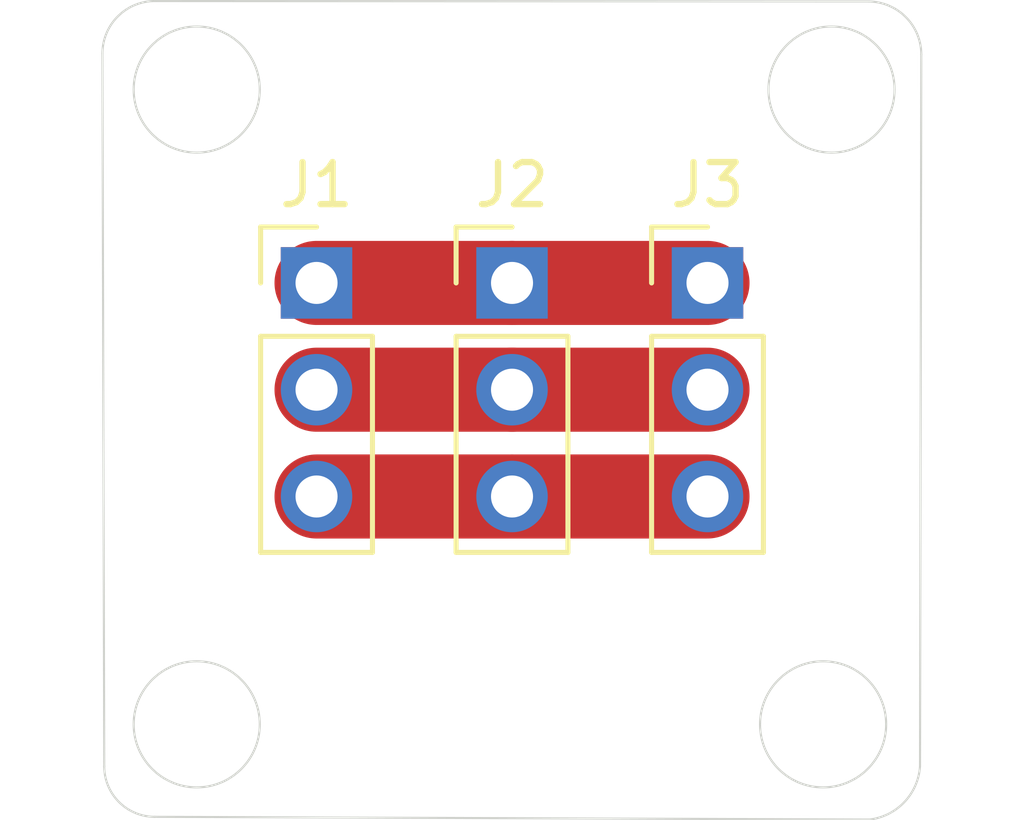
<source format=kicad_pcb>
(kicad_pcb (version 20240108) (generator "pcbnew") (generator_version "8.0")
  (layers (0 "F.Cu" signal) (31 "B.Cu" signal) (34 "B.Paste" user) (35 "F.Paste" user) (36 "B.SilkS" user "B.Silkscreen") (37 "F.SilkS" user "F.Silkscreen") (38 "B.Mask" user) (39 "F.Mask" user) (44 "Edge.Cuts" user))
  (net 0 "")
  (net 1 "Net-(J1-Pin_3)")
  (net 2 "Net-(J1-Pin_2)")
  (net 3 "Net-(J1-Pin_1)")
  (footprint "Connector_PinHeader_2.54mm:PinHeader_1x03_P2.54mm_Vertical" (layer "F.Cu") (at 136 87)
    (property "Reference" "J2" (at 0 -2.33 0) (layer "F.SilkS"))
    (property "Value" "Conn_01x03_Socket")
    (fp_line (start -1.33 -1.33) (end 0 -1.33) (stroke (width 0.12)) (layer "F.SilkS"))
    (fp_line (start -1.33 0) (end -1.33 -1.33) (stroke (width 0.12)) (layer "F.SilkS"))
    (fp_line (start -1.33 1.27) (end -1.33 6.41) (stroke (width 0.12)) (layer "F.SilkS"))
    (fp_line (start -1.33 1.27) (end 1.33 1.27) (stroke (width 0.12)) (layer "F.SilkS"))
    (fp_line (start -1.33 6.41) (end 1.33 6.41) (stroke (width 0.12)) (layer "F.SilkS"))
    (fp_line (start 1.33 1.27) (end 1.33 6.41) (stroke (width 0.12)) (layer "F.SilkS"))
    (pad "1" thru_hole rect (at 0 0) (size 1.7 1.7) (drill 1) (layers "*.Cu" "*.Mask") (net 3 "Net-(J1-Pin_1)"))
    (pad "2" thru_hole oval (at 0 2.54) (size 1.7 1.7) (drill 1) (layers "*.Cu" "*.Mask") (net 2 "Net-(J1-Pin_2)"))
    (pad "3" thru_hole oval (at 0 5.08) (size 1.7 1.7) (drill 1) (layers "*.Cu" "*.Mask") (net 1 "Net-(J1-Pin_3)"))
  )
  (footprint "Connector_PinHeader_2.54mm:PinHeader_1x03_P2.54mm_Vertical" (layer "F.Cu") (at 140.65 87)
    (property "Reference" "J3" (at 0 -2.33 0) (layer "F.SilkS"))
    (property "Value" "Conn_01x03_Socket")
    (fp_line (start -1.33 -1.33) (end 0 -1.33) (stroke (width 0.12)) (layer "F.SilkS"))
    (fp_line (start -1.33 0) (end -1.33 -1.33) (stroke (width 0.12)) (layer "F.SilkS"))
    (fp_line (start -1.33 1.27) (end -1.33 6.41) (stroke (width 0.12)) (layer "F.SilkS"))
    (fp_line (start -1.33 1.27) (end 1.33 1.27) (stroke (width 0.12)) (layer "F.SilkS"))
    (fp_line (start -1.33 6.41) (end 1.33 6.41) (stroke (width 0.12)) (layer "F.SilkS"))
    (fp_line (start 1.33 1.27) (end 1.33 6.41) (stroke (width 0.12)) (layer "F.SilkS"))
    (pad "1" thru_hole rect (at 0 0) (size 1.7 1.7) (drill 1) (layers "*.Cu" "*.Mask") (net 3 "Net-(J1-Pin_1)"))
    (pad "2" thru_hole oval (at 0 2.54) (size 1.7 1.7) (drill 1) (layers "*.Cu" "*.Mask") (net 2 "Net-(J1-Pin_2)"))
    (pad "3" thru_hole oval (at 0 5.08) (size 1.7 1.7) (drill 1) (layers "*.Cu" "*.Mask") (net 1 "Net-(J1-Pin_3)"))
  )
  (footprint "Connector_PinHeader_2.54mm:PinHeader_1x03_P2.54mm_Vertical" (layer "F.Cu") (at 131.35 87)
    (property "Reference" "J1" (at 0 -2.33 0) (layer "F.SilkS"))
    (property "Value" "Conn_01x03_Socket")
    (fp_line (start -1.33 -1.33) (end 0 -1.33) (stroke (width 0.12)) (layer "F.SilkS"))
    (fp_line (start -1.33 0) (end -1.33 -1.33) (stroke (width 0.12)) (layer "F.SilkS"))
    (fp_line (start -1.33 1.27) (end -1.33 6.41) (stroke (width 0.12)) (layer "F.SilkS"))
    (fp_line (start -1.33 1.27) (end 1.33 1.27) (stroke (width 0.12)) (layer "F.SilkS"))
    (fp_line (start -1.33 6.41) (end 1.33 6.41) (stroke (width 0.12)) (layer "F.SilkS"))
    (fp_line (start 1.33 1.27) (end 1.33 6.41) (stroke (width 0.12)) (layer "F.SilkS"))
    (pad "1" thru_hole rect (at 0 0) (size 1.7 1.7) (drill 1) (layers "*.Cu" "*.Mask") (net 3 "Net-(J1-Pin_1)"))
    (pad "2" thru_hole oval (at 0 2.54) (size 1.7 1.7) (drill 1) (layers "*.Cu" "*.Mask") (net 2 "Net-(J1-Pin_2)"))
    (pad "3" thru_hole oval (at 0 5.08) (size 1.7 1.7) (drill 1) (layers "*.Cu" "*.Mask") (net 1 "Net-(J1-Pin_3)"))
  )
  (gr_arc (start 127.5 99.7) (mid 126.651472 99.348528) (end 126.3 98.5) (stroke (width 0.05)) (layer "Edge.Cuts"))
  (gr_line (start 126.3 98.5) (end 126.256802 81.543198) (stroke (width 0.05)) (layer "Edge.Cuts"))
  (gr_line (start 145.735537 81.567462) (end 145.70533 98.49467) (stroke (width 0.05)) (layer "Edge.Cuts"))
  (gr_line (start 144.507953 99.76487) (end 127.5 99.7) (stroke (width 0.05)) (layer "Edge.Cuts"))
  (gr_circle (center 128.5 82.4) (end 130 82.4) (stroke (width 0.05)) (fill none) (layer "Edge.Cuts"))
  (gr_circle (center 143.4 97.5) (end 144.9 97.5) (stroke (width 0.05)) (fill none) (layer "Edge.Cuts"))
  (gr_arc (start 144.49467 80.30533) (mid 145.373365 80.682486) (end 145.735537 81.567462) (stroke (width 0.05)) (layer "Edge.Cuts"))
  (gr_circle (center 128.5 97.5) (end 130 97.5) (stroke (width 0.05)) (fill none) (layer "Edge.Cuts"))
  (gr_arc (start 126.256802 81.543198) (mid 126.622487 80.660355) (end 127.50533 80.29467) (stroke (width 0.05)) (layer "Edge.Cuts"))
  (gr_circle (center 143.6 82.4) (end 145.1 82.4) (stroke (width 0.05)) (fill none) (layer "Edge.Cuts"))
  (gr_arc (start 145.70533 98.49467) (mid 145.335923 99.345906) (end 144.507953 99.76487) (stroke (width 0.05)) (layer "Edge.Cuts"))
  (gr_line (start 127.50533 80.29467) (end 144.49467 80.30533) (stroke (width 0.05)) (layer "Edge.Cuts"))
  (segment (start 136 92.08) (end 140.65 92.08) (width 2) (layer "F.Cu") (net 1))
  (segment (start 131.35 92.08) (end 136 92.08) (width 2) (layer "F.Cu") (net 1))
  (segment (start 136 89.54) (end 131.35 89.54) (width 2) (layer "F.Cu") (net 2))
  (segment (start 140.65 89.54) (end 136 89.54) (width 2) (layer "F.Cu") (net 2))
  (segment (start 131.35 87) (end 136 87) (width 2) (layer "F.Cu") (net 3))
  (segment (start 136 87) (end 140.65 87) (width 2) (layer "F.Cu") (net 3))
)
</source>
